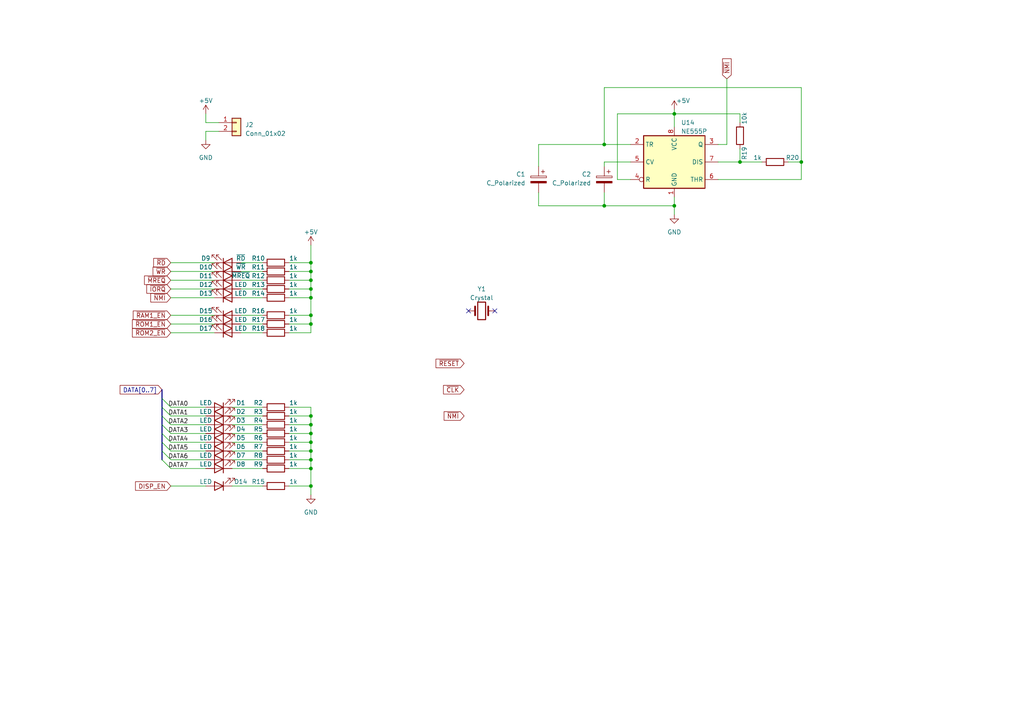
<source format=kicad_sch>
(kicad_sch (version 20230121) (generator eeschema)
  (paper "A4")
  (lib_symbols
    (symbol "Connector_Generic:Conn_01x02" (pin_names (offset 1.016) hide)
      (property "Reference" "J" (at 0 2.54 0))
      (property "Value" "Conn_01x02" (at 0 -5.08 0))
      (symbol "Conn_01x02_1_1"
        (rectangle (start -1.27 -2.413) (end 0 -2.667) (stroke (width 0.1524)))
        (rectangle (start -1.27 0.127) (end 0 -0.127) (stroke (width 0.1524)))
        (rectangle (start -1.27 1.27) (end 1.27 -3.81) (stroke (width 0.254)) (fill (type background)))
        (pin passive line (at -5.08 0 0) (length 3.81) (name "Pin_1") (number "1"))
        (pin passive line (at -5.08 -2.54 0) (length 3.81) (name "Pin_2") (number "2"))
      )
    )
    (symbol "Device:Crystal" (pin_numbers hide) (pin_names (offset 1.016) hide)
      (property "Reference" "Y" (at 0 3.81 0))
      (property "Value" "Crystal" (at 0 -3.81 0))
      (symbol "Crystal_0_1"
        (rectangle (start -1.143 2.54) (end 1.143 -2.54) (stroke (width 0.3048)))
        (polyline (pts (xy -2.54 0) (xy -1.905 0)))
        (polyline (pts (xy -1.905 -1.27) (xy -1.905 1.27)) (stroke (width 0.508)))
        (polyline (pts (xy 1.905 -1.27) (xy 1.905 1.27)) (stroke (width 0.508)))
        (polyline (pts (xy 2.54 0) (xy 1.905 0)))
      )
      (symbol "Crystal_1_1"
        (pin passive line (at -3.81 0 0) (length 1.27) (name "1") (number "1"))
        (pin passive line (at 3.81 0 180) (length 1.27) (name "2") (number "2"))
      )
    )
    (symbol "Timer:NE555P"
      (property "Reference" "U" (at -10.16 8.89 0))
      (property "Value" "NE555P" (at 2.54 8.89 0))
      (symbol "NE555P_0_0"
        (pin power_in line (at 0 -10.16 90) (length 2.54) (name "GND") (number "1"))
        (pin power_in line (at 0 10.16 270) (length 2.54) (name "VCC") (number "8"))
      )
      (symbol "NE555P_0_1"
        (rectangle (start -8.89 -7.62) (end 8.89 7.62) (stroke (width 0.254)) (fill (type background)))
        (rectangle (start -8.89 -7.62) (end 8.89 7.62) (stroke (width 0.254)) (fill (type background)))
      )
      (symbol "NE555P_1_1"
        (pin input line (at -12.7 5.08 0) (length 3.81) (name "TR") (number "2"))
        (pin output line (at 12.7 5.08 180) (length 3.81) (name "Q") (number "3"))
        (pin input inverted (at -12.7 -5.08 0) (length 3.81) (name "R") (number "4"))
        (pin input line (at -12.7 0 0) (length 3.81) (name "CV") (number "5"))
        (pin input line (at 12.7 -5.08 180) (length 3.81) (name "THR") (number "6"))
        (pin input line (at 12.7 0 180) (length 3.81) (name "DIS") (number "7"))
      )
    )
    (symbol "power:+5V" (power) (pin_names (offset 0))
      (property "Value" "+5V" (at 0 3.556 0))
      (symbol "+5V_0_1"
        (polyline (pts (xy -0.762 1.27) (xy 0 2.54)))
        (polyline (pts (xy 0 0) (xy 0 2.54)))
        (polyline (pts (xy 0 2.54) (xy 0.762 1.27)))
      )
      (symbol "+5V_1_1"
        (pin power_in line (at 0 0 90) (length 0) hide (name "+5V") (number "1"))
      )
    )
    (symbol "power:GND" (power) (pin_names (offset 0))
      (property "Value" "GND" (at 0 -3.81 0))
      (symbol "GND_0_1"
        (polyline (pts (xy 0 0) (xy 0 -1.27) (xy 1.27 -1.27) (xy 0 -2.54) (xy -1.27 -1.27) (xy 0 -1.27)))
      )
      (symbol "GND_1_1"
        (pin power_in line (at 0 0 270) (length 0) hide (name "GND") (number "1"))
      )
    )
    (symbol "z80mgc:Capacitor" (pin_numbers hide) (pin_names (offset 0.254))
      (property "Reference" "C" (at 0.635 2.54 0))
      (property "Value" "Capacitor" (at 0.635 -2.54 0))
      (symbol "Capacitor_0_1"
        (rectangle (start -2.286 -0.508) (end 2.286 -1.016) (fill (type outline)))
        (rectangle (start -2.286 0.508) (end 2.286 1.016))
        (polyline (pts (xy -1.778 2.286) (xy -0.762 2.286)))
        (polyline (pts (xy -1.27 2.794) (xy -1.27 1.778)))
      )
      (symbol "Capacitor_1_1"
        (pin passive line (at 0 3.81 270) (length 2.794) (name "~") (number "1"))
        (pin passive line (at 0 -3.81 90) (length 2.794) (name "~") (number "2"))
      )
    )
    (symbol "z80mgc:LED_3mm" (pin_numbers hide) (pin_names (offset 1.016) hide)
      (property "Reference" "D" (at 0 2.54 0))
      (property "Value" "LED_3mm" (at 0 -2.54 0))
      (symbol "LED_3mm_0_1"
        (polyline (pts (xy -1.27 -1.27) (xy -1.27 1.27)) (stroke (width 0.254)))
        (polyline (pts (xy -1.27 0) (xy 1.27 0)))
        (polyline (pts (xy 1.27 -1.27) (xy 1.27 1.27) (xy -1.27 0) (xy 1.27 -1.27)) (stroke (width 0.254)))
        (polyline (pts (xy -3.048 -0.762) (xy -4.572 -2.286) (xy -3.81 -2.286) (xy -4.572 -2.286) (xy -4.572 -1.524)))
        (polyline (pts (xy -1.778 -0.762) (xy -3.302 -2.286) (xy -2.54 -2.286) (xy -3.302 -2.286) (xy -3.302 -1.524)))
      )
      (symbol "LED_3mm_1_1"
        (pin passive line (at -3.81 0 0) (length 2.54) (name "K") (number "1"))
        (pin passive line (at 3.81 0 180) (length 2.54) (name "A") (number "2"))
      )
    )
    (symbol "z80mgc:Resistor" (pin_numbers hide) (pin_names (offset 0))
      (property "Reference" "R" (at 2.032 0 90))
      (property "Value" "Resistor" (at 0 0 90))
      (symbol "Resistor_0_1"
        (rectangle (start -1.016 -2.54) (end 1.016 2.54) (stroke (width 0.254)))
      )
      (symbol "Resistor_1_1"
        (pin passive line (at 0 3.81 270) (length 1.27) (name "~") (number "1"))
        (pin passive line (at 0 -3.81 90) (length 1.27) (name "~") (number "2"))
      )
    )
  )
  (junction (at 90.17 135.89))
  (junction (at 90.17 128.27))
  (junction (at 175.26 41.91))
  (junction (at 195.58 33.02))
  (junction (at 90.17 86.36))
  (junction (at 90.17 130.81))
  (junction (at 90.17 93.98))
  (junction (at 90.17 125.73))
  (junction (at 232.41 46.99))
  (junction (at 195.58 59.69))
  (junction (at 90.17 123.19))
  (junction (at 90.17 140.97))
  (junction (at 90.17 91.44))
  (junction (at 90.17 83.82))
  (junction (at 90.17 133.35))
  (junction (at 90.17 120.65))
  (junction (at 214.63 46.99))
  (junction (at 90.17 78.74))
  (junction (at 90.17 76.2))
  (junction (at 90.17 81.28))
  (junction (at 175.26 59.69))
  (no_connect (at 143.51 90.17))
  (no_connect (at 135.89 90.17))
  (bus_entry (at 49.53 123.19) (size -2.54 -2.54))
  (bus_entry (at 49.53 118.11) (size -2.54 -2.54))
  (bus_entry (at 49.53 120.65) (size -2.54 -2.54))
  (bus_entry (at 49.53 128.27) (size -2.54 -2.54))
  (bus_entry (at 49.53 135.89) (size -2.54 -2.54))
  (bus_entry (at 49.53 130.81) (size -2.54 -2.54))
  (bus_entry (at 49.53 133.35) (size -2.54 -2.54))
  (bus_entry (at 49.53 125.73) (size -2.54 -2.54))
  (bus (pts (xy 46.99 130.81) (xy 46.99 133.35)))
  (wire (pts (xy 156.21 41.91) (xy 156.21 48.26)))
  (wire (pts (xy 83.82 81.28) (xy 90.17 81.28)))
  (wire (pts (xy 59.69 118.11) (xy 49.53 118.11)))
  (wire (pts (xy 83.82 125.73) (xy 90.17 125.73)))
  (bus (pts (xy 46.99 115.57) (xy 46.99 118.11)))
  (wire (pts (xy 69.85 81.28) (xy 76.2 81.28)))
  (wire (pts (xy 83.82 93.98) (xy 90.17 93.98)))
  (wire (pts (xy 69.85 93.98) (xy 76.2 93.98)))
  (wire (pts (xy 49.53 93.98) (xy 62.23 93.98)))
  (wire (pts (xy 83.82 91.44) (xy 90.17 91.44)))
  (bus (pts (xy 46.99 118.11) (xy 46.99 120.65)))
  (wire (pts (xy 83.82 118.11) (xy 90.17 118.11)))
  (wire (pts (xy 182.88 46.99) (xy 175.26 46.99)))
  (wire (pts (xy 90.17 81.28) (xy 90.17 83.82)))
  (wire (pts (xy 90.17 93.98) (xy 90.17 96.52)))
  (wire (pts (xy 49.53 91.44) (xy 62.23 91.44)))
  (wire (pts (xy 83.82 123.19) (xy 90.17 123.19)))
  (wire (pts (xy 214.63 46.99) (xy 214.63 43.18)))
  (bus (pts (xy 46.99 128.27) (xy 46.99 130.81)))
  (wire (pts (xy 210.82 41.91) (xy 208.28 41.91)))
  (wire (pts (xy 83.82 135.89) (xy 90.17 135.89)))
  (wire (pts (xy 179.07 52.07) (xy 179.07 33.02)))
  (wire (pts (xy 83.82 128.27) (xy 90.17 128.27)))
  (wire (pts (xy 69.85 86.36) (xy 76.2 86.36)))
  (wire (pts (xy 67.31 125.73) (xy 76.2 125.73)))
  (wire (pts (xy 175.26 46.99) (xy 175.26 48.26)))
  (wire (pts (xy 67.31 130.81) (xy 76.2 130.81)))
  (wire (pts (xy 214.63 33.02) (xy 195.58 33.02)))
  (wire (pts (xy 90.17 123.19) (xy 90.17 125.73)))
  (bus (pts (xy 46.99 113.03) (xy 46.99 115.57)))
  (wire (pts (xy 195.58 59.69) (xy 195.58 62.23)))
  (wire (pts (xy 69.85 83.82) (xy 76.2 83.82)))
  (wire (pts (xy 90.17 133.35) (xy 90.17 135.89)))
  (wire (pts (xy 90.17 140.97) (xy 90.17 143.51)))
  (wire (pts (xy 90.17 120.65) (xy 90.17 123.19)))
  (wire (pts (xy 69.85 96.52) (xy 76.2 96.52)))
  (wire (pts (xy 69.85 78.74) (xy 76.2 78.74)))
  (wire (pts (xy 49.53 78.74) (xy 62.23 78.74)))
  (wire (pts (xy 232.41 25.4) (xy 175.26 25.4)))
  (wire (pts (xy 175.26 25.4) (xy 175.26 41.91)))
  (wire (pts (xy 214.63 46.99) (xy 220.98 46.99)))
  (wire (pts (xy 83.82 83.82) (xy 90.17 83.82)))
  (wire (pts (xy 49.53 86.36) (xy 62.23 86.36)))
  (wire (pts (xy 195.58 57.15) (xy 195.58 59.69)))
  (wire (pts (xy 208.28 46.99) (xy 214.63 46.99)))
  (wire (pts (xy 214.63 35.56) (xy 214.63 33.02)))
  (wire (pts (xy 195.58 33.02) (xy 195.58 36.83)))
  (wire (pts (xy 90.17 125.73) (xy 90.17 128.27)))
  (wire (pts (xy 83.82 133.35) (xy 90.17 133.35)))
  (wire (pts (xy 90.17 76.2) (xy 90.17 78.74)))
  (wire (pts (xy 67.31 128.27) (xy 76.2 128.27)))
  (wire (pts (xy 90.17 135.89) (xy 90.17 140.97)))
  (wire (pts (xy 179.07 33.02) (xy 195.58 33.02)))
  (wire (pts (xy 67.31 120.65) (xy 76.2 120.65)))
  (wire (pts (xy 156.21 59.69) (xy 175.26 59.69)))
  (wire (pts (xy 83.82 96.52) (xy 90.17 96.52)))
  (wire (pts (xy 156.21 41.91) (xy 175.26 41.91)))
  (wire (pts (xy 69.85 76.2) (xy 76.2 76.2)))
  (wire (pts (xy 195.58 31.75) (xy 195.58 33.02)))
  (wire (pts (xy 67.31 140.97) (xy 76.2 140.97)))
  (wire (pts (xy 182.88 52.07) (xy 179.07 52.07)))
  (wire (pts (xy 59.69 140.97) (xy 49.53 140.97)))
  (wire (pts (xy 210.82 22.86) (xy 210.82 41.91)))
  (wire (pts (xy 67.31 123.19) (xy 76.2 123.19)))
  (wire (pts (xy 59.69 125.73) (xy 49.53 125.73)))
  (wire (pts (xy 59.69 130.81) (xy 49.53 130.81)))
  (wire (pts (xy 59.69 133.35) (xy 49.53 133.35)))
  (wire (pts (xy 232.41 46.99) (xy 232.41 25.4)))
  (wire (pts (xy 83.82 78.74) (xy 90.17 78.74)))
  (bus (pts (xy 46.99 120.65) (xy 46.99 123.19)))
  (wire (pts (xy 90.17 91.44) (xy 90.17 93.98)))
  (wire (pts (xy 90.17 71.12) (xy 90.17 76.2)))
  (wire (pts (xy 83.82 130.81) (xy 90.17 130.81)))
  (bus (pts (xy 46.99 125.73) (xy 46.99 128.27)))
  (wire (pts (xy 49.53 76.2) (xy 62.23 76.2)))
  (wire (pts (xy 49.53 81.28) (xy 62.23 81.28)))
  (wire (pts (xy 63.5 38.1) (xy 59.69 38.1)))
  (wire (pts (xy 49.53 83.82) (xy 62.23 83.82)))
  (wire (pts (xy 59.69 120.65) (xy 49.53 120.65)))
  (wire (pts (xy 90.17 118.11) (xy 90.17 120.65)))
  (wire (pts (xy 59.69 38.1) (xy 59.69 40.64)))
  (wire (pts (xy 156.21 55.88) (xy 156.21 59.69)))
  (wire (pts (xy 59.69 128.27) (xy 49.53 128.27)))
  (wire (pts (xy 59.69 135.89) (xy 49.53 135.89)))
  (wire (pts (xy 67.31 135.89) (xy 76.2 135.89)))
  (wire (pts (xy 59.69 35.56) (xy 59.69 33.02)))
  (wire (pts (xy 59.69 123.19) (xy 49.53 123.19)))
  (wire (pts (xy 90.17 78.74) (xy 90.17 81.28)))
  (wire (pts (xy 83.82 76.2) (xy 90.17 76.2)))
  (wire (pts (xy 69.85 91.44) (xy 76.2 91.44)))
  (wire (pts (xy 67.31 133.35) (xy 76.2 133.35)))
  (wire (pts (xy 90.17 86.36) (xy 90.17 91.44)))
  (bus (pts (xy 46.99 123.19) (xy 46.99 125.73)))
  (wire (pts (xy 90.17 83.82) (xy 90.17 86.36)))
  (wire (pts (xy 175.26 41.91) (xy 182.88 41.91)))
  (wire (pts (xy 67.31 118.11) (xy 76.2 118.11)))
  (wire (pts (xy 83.82 140.97) (xy 90.17 140.97)))
  (wire (pts (xy 83.82 120.65) (xy 90.17 120.65)))
  (wire (pts (xy 228.6 46.99) (xy 232.41 46.99)))
  (wire (pts (xy 83.82 86.36) (xy 90.17 86.36)))
  (wire (pts (xy 232.41 52.07) (xy 232.41 46.99)))
  (wire (pts (xy 175.26 59.69) (xy 195.58 59.69)))
  (wire (pts (xy 232.41 52.07) (xy 208.28 52.07)))
  (wire (pts (xy 90.17 128.27) (xy 90.17 130.81)))
  (wire (pts (xy 49.53 96.52) (xy 62.23 96.52)))
  (wire (pts (xy 90.17 130.81) (xy 90.17 133.35)))
  (wire (pts (xy 175.26 55.88) (xy 175.26 59.69)))
  (wire (pts (xy 63.5 35.56) (xy 59.69 35.56)))
  (label "DATA2" (at 54.61 123.19 180))
  (label "DATA4" (at 54.61 128.27 180))
  (label "DATA6" (at 54.61 133.35 180))
  (label "DATA0" (at 54.61 118.11 180))
  (label "DATA7" (at 54.61 135.89 180))
  (label "DATA1" (at 54.61 120.65 180))
  (label "DATA5" (at 54.61 130.81 180))
  (label "DATA3" (at 54.61 125.73 180))
  (global_label "~{ROM1_EN}" (shape input) (at 49.53 93.98 180) (property "Intersheetrefs" "${INTERSHEET_REFS}" (effects hide)))
  (global_label "~{IORQ}" (shape input) (at 49.53 83.82 180) (property "Intersheetrefs" "${INTERSHEET_REFS}" (effects hide)))
  (global_label "~{WR}" (shape input) (at 49.53 78.74 180) (property "Intersheetrefs" "${INTERSHEET_REFS}" (effects hide)))
  (global_label "DATA[0..7]" (shape input) (at 46.99 113.03 180) (property "Intersheetrefs" "${INTERSHEET_REFS}" (effects hide)))
  (global_label "~{MREQ}" (shape input) (at 49.53 81.28 180) (property "Intersheetrefs" "${INTERSHEET_REFS}" (effects hide)))
  (global_label "~{NMI}" (shape input) (at 134.62 120.65 180) (property "Intersheetrefs" "${INTERSHEET_REFS}" (effects hide)))
  (global_label "~{NMI}" (shape input) (at 49.53 86.36 180) (property "Intersheetrefs" "${INTERSHEET_REFS}" (effects hide)))
  (global_label "~{NMI}" (shape input) (at 210.82 22.86 90) (property "Intersheetrefs" "${INTERSHEET_REFS}" (effects hide)))
  (global_label "~{RESET}" (shape input) (at 134.62 105.41 180) (property "Intersheetrefs" "${INTERSHEET_REFS}" (effects hide)))
  (global_label "~{RD}" (shape input) (at 49.53 76.2 180) (property "Intersheetrefs" "${INTERSHEET_REFS}" (effects hide)))
  (global_label "~{CLK}" (shape input) (at 134.62 113.03 180) (property "Intersheetrefs" "${INTERSHEET_REFS}" (effects hide)))
  (global_label "DISP_EN" (shape input) (at 49.53 140.97 180) (property "Intersheetrefs" "${INTERSHEET_REFS}" (effects hide)))
  (global_label "~{RAM1_EN}" (shape input) (at 49.53 91.44 180) (property "Intersheetrefs" "${INTERSHEET_REFS}" (effects hide)))
  (global_label "~{ROM2_EN}" (shape input) (at 49.53 96.52 180) (property "Intersheetrefs" "${INTERSHEET_REFS}" (effects hide)))
  (symbol (lib_id "Connector_Generic:Conn_01x02") (at 68.58 35.56 0) (unit 1)
    (property "Reference" "J2" (at 71.12 36.195 0) (effects (justify left)))
    (property "Value" "Conn_01x02" (at 71.12 38.735 0) (effects (justify left)))
    (property "Footprint" "Connector_PinHeader_1.00mm:PinHeader_1x02_P1.00mm_Vertical" (effects hide))
  )
  (symbol (lib_id "power:+5V") (at 90.17 71.12 0) (unit 1)
    (property "Reference" "#PWR033" (effects hide))
    (property "Value" "+5V" (at 90.17 67.31 0))
  )
  (symbol (lib_id "z80mgc:LED_3mm") (at 63.5 118.11 180) (unit 1)
    (property "Reference" "D1" (at 69.85 116.84 0))
    (property "Value" "LED" (at 59.69 116.84 0))
    (property "Footprint" "LED_THT:LED_D3.0mm" (effects hide))
  )
  (symbol (lib_id "z80mgc:LED_3mm") (at 66.04 78.74 0) (mirror x) (unit 1)
    (property "Reference" "D10" (at 59.69 77.47 0))
    (property "Value" "~{WR}" (at 69.85 77.47 0))
    (property "Footprint" "LED_THT:LED_D3.0mm" (effects hide))
  )
  (symbol (lib_id "z80mgc:Resistor") (at 214.63 39.37 0) (mirror x) (unit 1)
    (property "Reference" "R19" (at 215.9 44.45 90))
    (property "Value" "10k" (at 215.9 34.29 90))
    (property "Footprint" "Resistor_THT:R_Axial_DIN0207_L6.3mm_D2.5mm_P10.16mm_Horizontal" (effects hide))
  )
  (symbol (lib_id "z80mgc:LED_3mm") (at 63.5 125.73 180) (unit 1)
    (property "Reference" "D4" (at 69.85 124.46 0))
    (property "Value" "LED" (at 59.69 124.46 0))
    (property "Footprint" "LED_THT:LED_D3.0mm" (effects hide))
  )
  (symbol (lib_id "z80mgc:Resistor") (at 80.01 96.52 90) (unit 1)
    (property "Reference" "R18" (at 74.93 95.25 90))
    (property "Value" "1k" (at 85.09 95.25 90))
    (property "Footprint" "Resistor_THT:R_Axial_DIN0207_L6.3mm_D2.5mm_P10.16mm_Horizontal" (effects hide))
  )
  (symbol (lib_id "z80mgc:Resistor") (at 80.01 130.81 90) (unit 1)
    (property "Reference" "R7" (at 74.93 129.54 90))
    (property "Value" "1k" (at 85.09 129.54 90))
    (property "Footprint" "Resistor_THT:R_Axial_DIN0207_L6.3mm_D2.5mm_P10.16mm_Horizontal" (effects hide))
  )
  (symbol (lib_id "Timer:NE555P") (at 195.58 46.99 0) (unit 1)
    (property "Reference" "U14" (at 197.5359 35.56 0) (effects (justify left)))
    (property "Value" "NE555P" (at 197.5359 38.1 0) (effects (justify left)))
    (property "Footprint" "Package_DIP:DIP-8_W7.62mm" (effects hide))
    (property "Datasheet" "http://www.ti.com/lit/ds/symlink/ne555.pdf" (effects hide))
  )
  (symbol (lib_id "z80mgc:Resistor") (at 80.01 91.44 90) (unit 1)
    (property "Reference" "R16" (at 74.93 90.17 90))
    (property "Value" "1k" (at 85.09 90.17 90))
    (property "Footprint" "Resistor_THT:R_Axial_DIN0207_L6.3mm_D2.5mm_P10.16mm_Horizontal" (effects hide))
  )
  (symbol (lib_id "z80mgc:Resistor") (at 80.01 128.27 90) (unit 1)
    (property "Reference" "R6" (at 74.93 127 90))
    (property "Value" "1k" (at 85.09 127 90))
    (property "Footprint" "Resistor_THT:R_Axial_DIN0207_L6.3mm_D2.5mm_P10.16mm_Horizontal" (effects hide))
  )
  (symbol (lib_id "power:GND") (at 59.69 40.64 0) (unit 1)
    (property "Reference" "#PWR036" (effects hide))
    (property "Value" "GND" (at 59.69 45.72 0))
  )
  (symbol (lib_id "z80mgc:LED_3mm") (at 66.04 86.36 0) (mirror x) (unit 1)
    (property "Reference" "D13" (at 59.69 85.09 0))
    (property "Value" "LED" (at 69.85 85.09 0))
    (property "Footprint" "LED_THT:LED_D3.0mm" (effects hide))
  )
  (symbol (lib_id "power:GND") (at 90.17 143.51 0) (unit 1)
    (property "Reference" "#PWR032" (effects hide))
    (property "Value" "GND" (at 90.17 148.59 0))
  )
  (symbol (lib_id "z80mgc:Resistor") (at 80.01 76.2 90) (unit 1)
    (property "Reference" "R10" (at 74.93 74.93 90))
    (property "Value" "1k" (at 85.09 74.93 90))
    (property "Footprint" "Resistor_THT:R_Axial_DIN0207_L6.3mm_D2.5mm_P10.16mm_Horizontal" (effects hide))
  )
  (symbol (lib_id "z80mgc:LED_3mm") (at 63.5 140.97 180) (unit 1)
    (property "Reference" "D14" (at 69.85 139.7 0))
    (property "Value" "LED" (at 59.69 139.7 0))
    (property "Footprint" "LED_THT:LED_D3.0mm" (effects hide))
  )
  (symbol (lib_id "power:+5V") (at 59.69 33.02 0) (unit 1)
    (property "Reference" "#PWR037" (effects hide))
    (property "Value" "+5V" (at 59.69 29.21 0))
  )
  (symbol (lib_id "z80mgc:Resistor") (at 80.01 125.73 90) (unit 1)
    (property "Reference" "R5" (at 74.93 124.46 90))
    (property "Value" "1k" (at 85.09 124.46 90))
    (property "Footprint" "Resistor_THT:R_Axial_DIN0207_L6.3mm_D2.5mm_P10.16mm_Horizontal" (effects hide))
  )
  (symbol (lib_id "z80mgc:LED_3mm") (at 66.04 96.52 0) (mirror x) (unit 1)
    (property "Reference" "D17" (at 59.69 95.25 0))
    (property "Value" "LED" (at 69.85 95.25 0))
    (property "Footprint" "LED_THT:LED_D3.0mm" (effects hide))
  )
  (symbol (lib_id "z80mgc:LED_3mm") (at 63.5 123.19 180) (unit 1)
    (property "Reference" "D3" (at 69.85 121.92 0))
    (property "Value" "LED" (at 59.69 121.92 0))
    (property "Footprint" "LED_THT:LED_D3.0mm" (effects hide))
  )
  (symbol (lib_id "z80mgc:Resistor") (at 80.01 86.36 90) (unit 1)
    (property "Reference" "R14" (at 74.93 85.09 90))
    (property "Value" "1k" (at 85.09 85.09 90))
    (property "Footprint" "Resistor_THT:R_Axial_DIN0207_L6.3mm_D2.5mm_P10.16mm_Horizontal" (effects hide))
  )
  (symbol (lib_id "z80mgc:Resistor") (at 80.01 135.89 90) (unit 1)
    (property "Reference" "R9" (at 74.93 134.62 90))
    (property "Value" "1k" (at 85.09 134.62 90))
    (property "Footprint" "Resistor_THT:R_Axial_DIN0207_L6.3mm_D2.5mm_P10.16mm_Horizontal" (effects hide))
  )
  (symbol (lib_id "z80mgc:Resistor") (at 80.01 118.11 90) (unit 1)
    (property "Reference" "R2" (at 74.93 116.84 90))
    (property "Value" "1k" (at 85.09 116.84 90))
    (property "Footprint" "Resistor_THT:R_Axial_DIN0207_L6.3mm_D2.5mm_P10.16mm_Horizontal" (effects hide))
  )
  (symbol (lib_id "z80mgc:LED_3mm") (at 66.04 91.44 0) (mirror x) (unit 1)
    (property "Reference" "D15" (at 59.69 90.17 0))
    (property "Value" "LED" (at 69.85 90.17 0))
    (property "Footprint" "LED_THT:LED_D3.0mm" (effects hide))
  )
  (symbol (lib_id "z80mgc:Resistor") (at 80.01 93.98 90) (unit 1)
    (property "Reference" "R17" (at 74.93 92.71 90))
    (property "Value" "1k" (at 85.09 92.71 90))
    (property "Footprint" "Resistor_THT:R_Axial_DIN0207_L6.3mm_D2.5mm_P10.16mm_Horizontal" (effects hide))
  )
  (symbol (lib_id "z80mgc:LED_3mm") (at 66.04 93.98 0) (mirror x) (unit 1)
    (property "Reference" "D16" (at 59.69 92.71 0))
    (property "Value" "LED" (at 69.85 92.71 0))
    (property "Footprint" "LED_THT:LED_D3.0mm" (effects hide))
  )
  (symbol (lib_id "z80mgc:Resistor") (at 80.01 81.28 90) (unit 1)
    (property "Reference" "R12" (at 74.93 80.01 90))
    (property "Value" "1k" (at 85.09 80.01 90))
    (property "Footprint" "Resistor_THT:R_Axial_DIN0207_L6.3mm_D2.5mm_P10.16mm_Horizontal" (effects hide))
  )
  (symbol (lib_id "power:GND") (at 195.58 62.23 0) (unit 1)
    (property "Reference" "#PWR035" (effects hide))
    (property "Value" "GND" (at 195.58 67.31 0))
  )
  (symbol (lib_id "z80mgc:Resistor") (at 80.01 83.82 90) (unit 1)
    (property "Reference" "R13" (at 74.93 82.55 90))
    (property "Value" "1k" (at 85.09 82.55 90))
    (property "Footprint" "Resistor_THT:R_Axial_DIN0207_L6.3mm_D2.5mm_P10.16mm_Horizontal" (effects hide))
  )
  (symbol (lib_id "z80mgc:Resistor") (at 80.01 123.19 90) (unit 1)
    (property "Reference" "R4" (at 74.93 121.92 90))
    (property "Value" "1k" (at 85.09 121.92 90))
    (property "Footprint" "Resistor_THT:R_Axial_DIN0207_L6.3mm_D2.5mm_P10.16mm_Horizontal" (effects hide))
  )
  (symbol (lib_id "z80mgc:Resistor") (at 80.01 120.65 90) (unit 1)
    (property "Reference" "R3" (at 74.93 119.38 90))
    (property "Value" "1k" (at 85.09 119.38 90))
    (property "Footprint" "Resistor_THT:R_Axial_DIN0207_L6.3mm_D2.5mm_P10.16mm_Horizontal" (effects hide))
  )
  (symbol (lib_id "z80mgc:LED_3mm") (at 63.5 128.27 180) (unit 1)
    (property "Reference" "D5" (at 69.85 127 0))
    (property "Value" "LED" (at 59.69 127 0))
    (property "Footprint" "LED_THT:LED_D3.0mm" (effects hide))
  )
  (symbol (lib_id "z80mgc:LED_3mm") (at 66.04 83.82 0) (mirror x) (unit 1)
    (property "Reference" "D12" (at 59.69 82.55 0))
    (property "Value" "LED" (at 69.85 82.55 0))
    (property "Footprint" "LED_THT:LED_D3.0mm" (effects hide))
  )
  (symbol (lib_id "z80mgc:Capacitor") (at 175.26 52.07 0) (mirror y) (unit 1)
    (property "Reference" "C2" (at 171.45 50.546 0) (effects (justify left)))
    (property "Value" "C_Polarized" (at 171.45 53.086 0) (effects (justify left)))
    (property "Footprint" "Capacitor_THT:CP_Radial_D5.0mm_P2.50mm" (effects hide))
  )
  (symbol (lib_id "z80mgc:LED_3mm") (at 63.5 130.81 180) (unit 1)
    (property "Reference" "D6" (at 69.85 129.54 0))
    (property "Value" "LED" (at 59.69 129.54 0))
    (property "Footprint" "LED_THT:LED_D3.0mm" (effects hide))
  )
  (symbol (lib_id "z80mgc:LED_3mm") (at 66.04 76.2 0) (mirror x) (unit 1)
    (property "Reference" "D9" (at 59.69 74.93 0))
    (property "Value" "~{RD}" (at 69.85 74.93 0))
    (property "Footprint" "LED_THT:LED_D3.0mm" (effects hide))
  )
  (symbol (lib_id "z80mgc:Resistor") (at 80.01 133.35 90) (unit 1)
    (property "Reference" "R8" (at 74.93 132.08 90))
    (property "Value" "1k" (at 85.09 132.08 90))
    (property "Footprint" "Resistor_THT:R_Axial_DIN0207_L6.3mm_D2.5mm_P10.16mm_Horizontal" (effects hide))
  )
  (symbol (lib_id "z80mgc:LED_3mm") (at 63.5 135.89 180) (unit 1)
    (property "Reference" "D8" (at 69.85 134.62 0))
    (property "Value" "LED" (at 59.69 134.62 0))
    (property "Footprint" "LED_THT:LED_D3.0mm" (effects hide))
  )
  (symbol (lib_id "z80mgc:Capacitor") (at 156.21 52.07 0) (mirror y) (unit 1)
    (property "Reference" "C1" (at 152.4 50.546 0) (effects (justify left)))
    (property "Value" "C_Polarized" (at 152.4 53.086 0) (effects (justify left)))
    (property "Footprint" "Capacitor_THT:CP_Radial_D5.0mm_P2.50mm" (effects hide))
  )
  (symbol (lib_id "Device:Crystal") (at 139.7 90.17 0) (unit 1)
    (property "Reference" "Y1" (at 139.7 83.82 0))
    (property "Value" "Crystal" (at 139.7 86.36 0))
    (property "Footprint" "Crystal:Crystal_HC49-4H_Vertical" (effects hide))
  )
  (symbol (lib_id "z80mgc:Resistor") (at 80.01 78.74 90) (unit 1)
    (property "Reference" "R11" (at 74.93 77.47 90))
    (property "Value" "1k" (at 85.09 77.47 90))
    (property "Footprint" "Resistor_THT:R_Axial_DIN0207_L6.3mm_D2.5mm_P10.16mm_Horizontal" (effects hide))
  )
  (symbol (lib_id "z80mgc:LED_3mm") (at 63.5 133.35 180) (unit 1)
    (property "Reference" "D7" (at 69.85 132.08 0))
    (property "Value" "LED" (at 59.69 132.08 0))
    (property "Footprint" "LED_THT:LED_D3.0mm" (effects hide))
  )
  (symbol (lib_id "z80mgc:LED_3mm") (at 66.04 81.28 0) (mirror x) (unit 1)
    (property "Reference" "D11" (at 59.69 80.01 0))
    (property "Value" "~{MREQ}" (at 69.85 80.01 0))
    (property "Footprint" "LED_THT:LED_D3.0mm" (effects hide))
  )
  (symbol (lib_id "z80mgc:Resistor") (at 224.79 46.99 270) (mirror x) (unit 1)
    (property "Reference" "R20" (at 229.87 45.72 90))
    (property "Value" "1k" (at 219.71 45.72 90))
    (property "Footprint" "Resistor_THT:R_Axial_DIN0207_L6.3mm_D2.5mm_P10.16mm_Horizontal" (effects hide))
  )
  (symbol (lib_id "z80mgc:LED_3mm") (at 63.5 120.65 180) (unit 1)
    (property "Reference" "D2" (at 69.85 119.38 0))
    (property "Value" "LED" (at 59.69 119.38 0))
    (property "Footprint" "LED_THT:LED_D3.0mm" (effects hide))
  )
  (symbol (lib_id "z80mgc:Resistor") (at 80.01 140.97 90) (unit 1)
    (property "Reference" "R15" (at 74.93 139.7 90))
    (property "Value" "1k" (at 85.09 139.7 90))
    (property "Footprint" "Resistor_THT:R_Axial_DIN0207_L6.3mm_D2.5mm_P10.16mm_Horizontal" (effects hide))
  )
  (symbol (lib_id "power:+5V") (at 195.58 31.75 0) (unit 1)
    (property "Reference" "#PWR034" (effects hide))
    (property "Value" "+5V" (at 198.12 29.21 0))
  )
)
</source>
